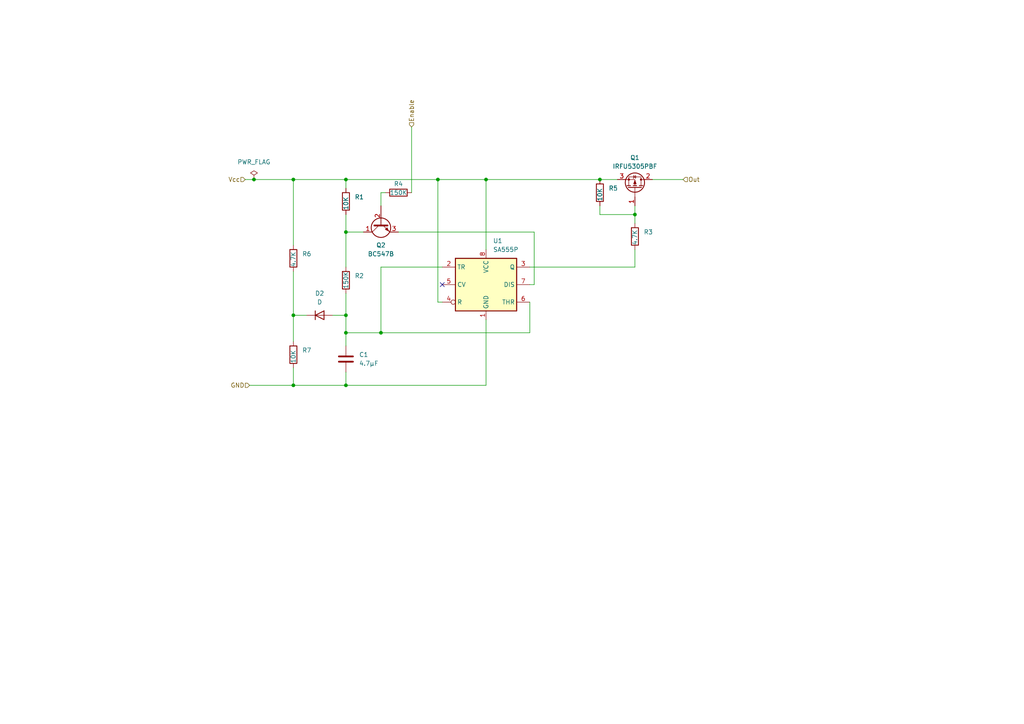
<source format=kicad_sch>
(kicad_sch (version 20211123) (generator eeschema)
  (paper "A4")
  (title_block (title "Module clignotant") (date "2025-01-08") (company "Vélo solaire pour tous") (comment 1 "Licence CERN-OHL-S version 2"))
  (lib_symbols
    (symbol "Device:C" (pin_numbers hide) (pin_names (offset 0.254))
      (property "Reference" "C" (at 0.635 2.54 0))
      (property "Value" "C" (at 0.635 -2.54 0))
      (symbol "C_0_1"
        (polyline (pts (xy -2.032 -0.762) (xy 2.032 -0.762)) (stroke (width 0.508)))
        (polyline (pts (xy -2.032 0.762) (xy 2.032 0.762)) (stroke (width 0.508)))
      )
      (symbol "C_1_1"
        (pin passive line (at 0 3.81 270) (length 2.794) (name "~") (number "1"))
        (pin passive line (at 0 -3.81 90) (length 2.794) (name "~") (number "2"))
      )
    )
    (symbol "Device:D" (pin_numbers hide) (pin_names (offset 1.016) hide)
      (property "Reference" "D" (at 0 2.54 0))
      (property "Value" "D" (at 0 -2.54 0))
      (symbol "D_0_1"
        (polyline (pts (xy -1.27 1.27) (xy -1.27 -1.27)) (stroke (width 0.254)))
        (polyline (pts (xy 1.27 0) (xy -1.27 0)))
        (polyline (pts (xy 1.27 1.27) (xy 1.27 -1.27) (xy -1.27 0) (xy 1.27 1.27)) (stroke (width 0.254)))
      )
      (symbol "D_1_1"
        (pin passive line (at -3.81 0 0) (length 2.54) (name "K") (number "1"))
        (pin passive line (at 3.81 0 180) (length 2.54) (name "A") (number "2"))
      )
    )
    (symbol "Device:Q_NPN_CBE" (pin_names (offset 0) hide)
      (property "Reference" "Q" (at 5.08 1.27 0))
      (property "Value" "Q_NPN_CBE" (at 5.08 -1.27 0))
      (symbol "Q_NPN_CBE_0_1"
        (polyline (pts (xy 0.635 0.635) (xy 2.54 2.54)))
        (polyline (pts (xy 0.635 -0.635) (xy 2.54 -2.54) (xy 2.54 -2.54)))
        (polyline (pts (xy 0.635 1.905) (xy 0.635 -1.905) (xy 0.635 -1.905)) (stroke (width 0.508)))
        (polyline (pts (xy 1.27 -1.778) (xy 1.778 -1.27) (xy 2.286 -2.286) (xy 1.27 -1.778) (xy 1.27 -1.778)) (fill (type outline)))
        (circle (center 1.27 0) (radius 2.8194) (stroke (width 0.254)))
      )
      (symbol "Q_NPN_CBE_1_1"
        (pin passive line (at 2.54 5.08 270) (length 2.54) (name "C") (number "1"))
        (pin input line (at -5.08 0 0) (length 5.715) (name "B") (number "2"))
        (pin passive line (at 2.54 -5.08 90) (length 2.54) (name "E") (number "3"))
      )
    )
    (symbol "Device:R" (pin_numbers hide) (pin_names (offset 0))
      (property "Reference" "R" (at 2.032 0 90))
      (property "Value" "R" (at 0 0 90))
      (symbol "R_0_1"
        (rectangle (start -1.016 -2.54) (end 1.016 2.54) (stroke (width 0.254)))
      )
      (symbol "R_1_1"
        (pin passive line (at 0 3.81 270) (length 1.27) (name "~") (number "1"))
        (pin passive line (at 0 -3.81 90) (length 1.27) (name "~") (number "2"))
      )
    )
    (symbol "Timer:SA555P"
      (property "Reference" "U" (at -10.16 8.89 0))
      (property "Value" "SA555P" (at 2.54 8.89 0))
      (symbol "SA555P_0_0"
        (pin power_in line (at 0 -10.16 90) (length 2.54) (name "GND") (number "1"))
        (pin power_in line (at 0 10.16 270) (length 2.54) (name "VCC") (number "8"))
      )
      (symbol "SA555P_0_1"
        (rectangle (start -8.89 -7.62) (end 8.89 7.62) (stroke (width 0.254)) (fill (type background)))
        (rectangle (start -8.89 -7.62) (end 8.89 7.62) (stroke (width 0.254)) (fill (type background)))
      )
      (symbol "SA555P_1_1"
        (pin input line (at -12.7 5.08 0) (length 3.81) (name "TR") (number "2"))
        (pin output line (at 12.7 5.08 180) (length 3.81) (name "Q") (number "3"))
        (pin input inverted (at -12.7 -5.08 0) (length 3.81) (name "R") (number "4"))
        (pin input line (at -12.7 0 0) (length 3.81) (name "CV") (number "5"))
        (pin input line (at 12.7 -5.08 180) (length 3.81) (name "THR") (number "6"))
        (pin input line (at 12.7 0 180) (length 3.81) (name "DIS") (number "7"))
      )
    )
    (symbol "Transistor_FET:FQP27P06" (pin_names hide)
      (property "Reference" "Q" (at 5.08 1.905 0))
      (property "Value" "FQP27P06" (at 5.08 0 0))
      (symbol "FQP27P06_0_1"
        (polyline (pts (xy 0.254 0) (xy -2.54 0)))
        (polyline (pts (xy 0.254 1.905) (xy 0.254 -1.905)) (stroke (width 0.254)))
        (polyline (pts (xy 0.762 -1.27) (xy 0.762 -2.286)) (stroke (width 0.254)))
        (polyline (pts (xy 0.762 0.508) (xy 0.762 -0.508)) (stroke (width 0.254)))
        (polyline (pts (xy 0.762 2.286) (xy 0.762 1.27)) (stroke (width 0.254)))
        (polyline (pts (xy 2.54 2.54) (xy 2.54 1.778)))
        (polyline (pts (xy 2.54 -2.54) (xy 2.54 0) (xy 0.762 0)))
        (polyline (pts (xy 0.762 1.778) (xy 3.302 1.778) (xy 3.302 -1.778) (xy 0.762 -1.778)))
        (polyline (pts (xy 2.286 0) (xy 1.27 0.381) (xy 1.27 -0.381) (xy 2.286 0)) (fill (type outline)))
        (polyline (pts (xy 2.794 -0.508) (xy 2.921 -0.381) (xy 3.683 -0.381) (xy 3.81 -0.254)))
        (polyline (pts (xy 3.302 -0.381) (xy 2.921 0.254) (xy 3.683 0.254) (xy 3.302 -0.381)))
        (circle (center 1.651 0) (radius 2.794) (stroke (width 0.254)))
        (circle (center 2.54 -1.778) (radius 0.254) (fill (type outline)))
        (circle (center 2.54 1.778) (radius 0.254) (fill (type outline)))
      )
      (symbol "FQP27P06_1_1"
        (pin input line (at -5.08 0 0) (length 2.54) (name "G") (number "1"))
        (pin passive line (at 2.54 5.08 270) (length 2.54) (name "D") (number "2"))
        (pin passive line (at 2.54 -5.08 90) (length 2.54) (name "S") (number "3"))
      )
    )
    (symbol "power:PWR_FLAG" (power) (pin_numbers hide) (pin_names (offset 0) hide)
      (property "Value" "PWR_FLAG" (at 0 3.81 0))
      (symbol "PWR_FLAG_0_0"
        (pin power_out line (at 0 0 90) (length 0) (name "pwr") (number "1"))
      )
      (symbol "PWR_FLAG_0_1"
        (polyline (pts (xy 0 0) (xy 0 1.27) (xy -1.016 1.905) (xy 0 2.54) (xy 1.016 1.905) (xy 0 1.27)))
      )
    )
  )
  (junction (at 100.33 91.44))
  (junction (at 140.97 52.07))
  (junction (at 184.15 62.23))
  (junction (at 100.33 67.31))
  (junction (at 100.33 52.07))
  (junction (at 85.09 91.44))
  (junction (at 173.99 52.07))
  (junction (at 85.09 52.07))
  (junction (at 73.66 52.07))
  (junction (at 127 52.07))
  (junction (at 100.33 111.76))
  (junction (at 85.09 111.76))
  (junction (at 110.49 96.52))
  (junction (at 100.33 96.52))
  (no_connect (at 128.27 82.55))
  (wire (pts (xy 85.09 91.44) (xy 88.9 91.44)))
  (wire (pts (xy 127 52.07) (xy 127 87.63)))
  (wire (pts (xy 140.97 52.07) (xy 140.97 72.39)))
  (wire (pts (xy 111.76 55.88) (xy 110.49 55.88)))
  (wire (pts (xy 140.97 92.71) (xy 140.97 111.76)))
  (wire (pts (xy 128.27 77.47) (xy 110.49 77.47)))
  (wire (pts (xy 85.09 106.68) (xy 85.09 111.76)))
  (wire (pts (xy 140.97 52.07) (xy 173.99 52.07)))
  (wire (pts (xy 153.67 96.52) (xy 110.49 96.52)))
  (wire (pts (xy 100.33 67.31) (xy 100.33 77.47)))
  (wire (pts (xy 189.23 52.07) (xy 198.12 52.07)))
  (wire (pts (xy 153.67 82.55) (xy 154.94 82.55)))
  (wire (pts (xy 100.33 111.76) (xy 100.33 107.95)))
  (wire (pts (xy 100.33 67.31) (xy 105.41 67.31)))
  (wire (pts (xy 110.49 77.47) (xy 110.49 96.52)))
  (wire (pts (xy 119.38 36.83) (xy 119.38 55.88)))
  (wire (pts (xy 85.09 52.07) (xy 85.09 71.12)))
  (wire (pts (xy 100.33 91.44) (xy 100.33 96.52)))
  (wire (pts (xy 100.33 111.76) (xy 140.97 111.76)))
  (wire (pts (xy 153.67 77.47) (xy 184.15 77.47)))
  (wire (pts (xy 71.12 52.07) (xy 73.66 52.07)))
  (wire (pts (xy 184.15 64.77) (xy 184.15 62.23)))
  (wire (pts (xy 128.27 87.63) (xy 127 87.63)))
  (wire (pts (xy 100.33 85.09) (xy 100.33 91.44)))
  (wire (pts (xy 100.33 96.52) (xy 110.49 96.52)))
  (wire (pts (xy 184.15 62.23) (xy 184.15 59.69)))
  (wire (pts (xy 85.09 52.07) (xy 100.33 52.07)))
  (wire (pts (xy 85.09 91.44) (xy 85.09 99.06)))
  (wire (pts (xy 115.57 67.31) (xy 154.94 67.31)))
  (wire (pts (xy 73.66 52.07) (xy 85.09 52.07)))
  (wire (pts (xy 110.49 55.88) (xy 110.49 59.69)))
  (wire (pts (xy 85.09 78.74) (xy 85.09 91.44)))
  (wire (pts (xy 153.67 87.63) (xy 153.67 96.52)))
  (wire (pts (xy 100.33 96.52) (xy 100.33 100.33)))
  (wire (pts (xy 96.52 91.44) (xy 100.33 91.44)))
  (wire (pts (xy 173.99 52.07) (xy 179.07 52.07)))
  (wire (pts (xy 100.33 52.07) (xy 100.33 54.61)))
  (wire (pts (xy 184.15 72.39) (xy 184.15 77.47)))
  (wire (pts (xy 85.09 111.76) (xy 100.33 111.76)))
  (wire (pts (xy 173.99 62.23) (xy 184.15 62.23)))
  (wire (pts (xy 100.33 62.23) (xy 100.33 67.31)))
  (wire (pts (xy 72.39 111.76) (xy 85.09 111.76)))
  (wire (pts (xy 127 52.07) (xy 140.97 52.07)))
  (wire (pts (xy 100.33 52.07) (xy 127 52.07)))
  (wire (pts (xy 173.99 59.69) (xy 173.99 62.23)))
  (wire (pts (xy 154.94 67.31) (xy 154.94 82.55)))
  (hierarchical_label "Out" (shape input) (at 198.12 52.07 0))
  (hierarchical_label "GND" (shape input) (at 72.39 111.76 180))
  (hierarchical_label "Enable" (shape input) (at 119.38 36.83 90))
  (hierarchical_label "Vcc" (shape input) (at 71.12 52.07 180))
  (symbol (lib_id "Device:R") (at 85.09 102.87 0) (unit 1)
    (property "Reference" "R7" (at 87.63 101.5999 0) (effects (justify left)))
    (property "Value" "10K" (at 85.09 105.41 90) (effects (justify left)))
    (property "Footprint" "Resistor_THT:R_Axial_DIN0207_L6.3mm_D2.5mm_P10.16mm_Horizontal" (effects hide))
  )
  (symbol (lib_id "Device:R") (at 100.33 81.28 0) (unit 1)
    (property "Reference" "R2" (at 102.87 80.0099 0) (effects (justify left)))
    (property "Value" "150K" (at 100.33 83.82 90) (effects (justify left)))
    (property "Footprint" "Resistor_THT:R_Axial_DIN0207_L6.3mm_D2.5mm_P10.16mm_Horizontal" (effects hide))
  )
  (symbol (lib_id "Timer:SA555P") (at 140.97 82.55 0) (unit 1)
    (property "Reference" "U1" (at 142.9894 69.85 0) (effects (justify left)))
    (property "Value" "SA555P" (at 142.9894 72.39 0) (effects (justify left)))
    (property "Footprint" "Package_DIP:DIP-8_W7.62mm" (effects hide))
    (property "Datasheet" "http://www.ti.com/lit/ds/symlink/ne555.pdf" (effects hide))
  )
  (symbol (lib_id "Device:Q_NPN_CBE") (at 110.49 64.77 90) (mirror x) (unit 1)
    (property "Reference" "Q2" (at 110.49 71.12 90))
    (property "Value" "BC547B" (at 110.49 73.66 90))
    (property "Footprint" "circuit:TO-92L_Inline" (effects hide))
  )
  (symbol (lib_id "Device:R") (at 115.57 55.88 90) (unit 1)
    (property "Reference" "R4" (at 115.57 53.34 90))
    (property "Value" "150K" (at 115.57 55.88 90))
    (property "Footprint" "Resistor_THT:R_Axial_DIN0207_L6.3mm_D2.5mm_P10.16mm_Horizontal" (effects hide))
  )
  (symbol (lib_id "Device:R") (at 100.33 58.42 0) (unit 1)
    (property "Reference" "R1" (at 102.87 57.1499 0) (effects (justify left)))
    (property "Value" "10K" (at 100.33 60.96 90) (effects (justify left)))
    (property "Footprint" "Resistor_THT:R_Axial_DIN0207_L6.3mm_D2.5mm_P10.16mm_Horizontal" (effects hide))
  )
  (symbol (lib_id "Device:R") (at 184.15 68.58 180) (unit 1)
    (property "Reference" "R3" (at 186.69 67.3099 0) (effects (justify right)))
    (property "Value" "4.7K" (at 184.15 71.12 90) (effects (justify right)))
    (property "Footprint" "Resistor_THT:R_Axial_DIN0207_L6.3mm_D2.5mm_P10.16mm_Horizontal" (effects hide))
  )
  (symbol (lib_id "Device:R") (at 85.09 74.93 0) (unit 1)
    (property "Reference" "R6" (at 87.63 73.6599 0) (effects (justify left)))
    (property "Value" "4.7K" (at 85.09 77.47 90) (effects (justify left)))
    (property "Footprint" "Resistor_THT:R_Axial_DIN0207_L6.3mm_D2.5mm_P10.16mm_Horizontal" (effects hide))
  )
  (symbol (lib_id "power:PWR_FLAG") (at 73.66 52.07 0) (unit 1)
    (property "Reference" "#FLG0101" (effects hide))
    (property "Value" "PWR_FLAG" (at 73.66 46.99 0))
  )
  (symbol (lib_id "Device:R") (at 173.99 55.88 0) (unit 1)
    (property "Reference" "R5" (at 176.53 54.6099 0) (effects (justify left)))
    (property "Value" "10K" (at 173.99 58.42 90) (effects (justify left)))
    (property "Footprint" "Resistor_THT:R_Axial_DIN0207_L6.3mm_D2.5mm_P10.16mm_Horizontal" (effects hide))
  )
  (symbol (lib_id "Device:D") (at 92.71 91.44 0) (unit 1)
    (property "Reference" "D2" (at 92.71 85.09 0))
    (property "Value" "D" (at 92.71 87.63 0))
    (property "Footprint" "Diode_THT:D_DO-35_SOD27_P7.62mm_Horizontal" (effects hide))
  )
  (symbol (lib_id "Transistor_FET:FQP27P06") (at 184.15 54.61 270) (mirror x) (unit 1)
    (property "Reference" "Q1" (at 184.15 45.72 90))
    (property "Value" "IRFU5305PBF" (at 184.15 48.26 90))
    (property "Footprint" "circuit:TO-251-3_Vertical" (effects hide))
    (property "Datasheet" "https://www.onsemi.com/pub/Collateral/FQP27P06-D.PDF" (effects hide))
  )
  (symbol (lib_id "Device:C") (at 100.33 104.14 0) (unit 1)
    (property "Reference" "C1" (at 104.14 102.8699 0) (effects (justify left)))
    (property "Value" "4.7µF" (at 104.14 105.4099 0) (effects (justify left)))
    (property "Footprint" "Capacitor_THT:C_Disc_D4.3mm_W1.9mm_P5.00mm" (effects hide))
  )
)
</source>
